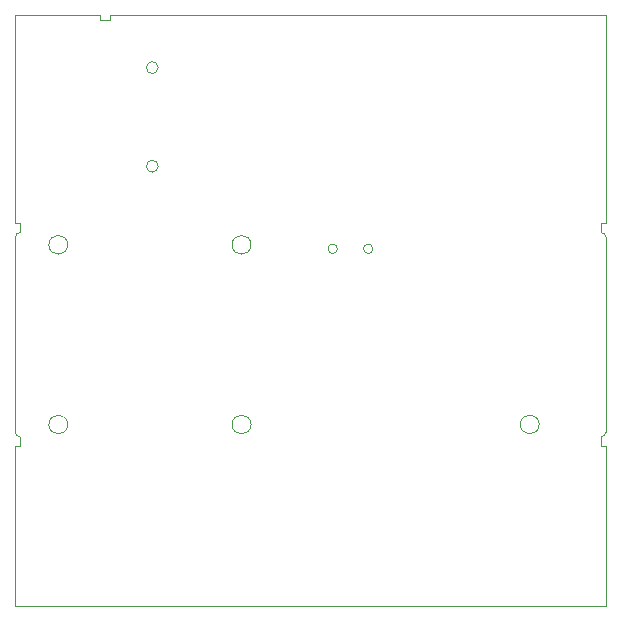
<source format=gbr>
%TF.GenerationSoftware,KiCad,Pcbnew,(6.0.5)*%
%TF.CreationDate,2023-08-07T21:45:28+03:00*%
%TF.ProjectId,JLC2,4a4c4332-2e6b-4696-9361-645f70636258,rev?*%
%TF.SameCoordinates,Original*%
%TF.FileFunction,Profile,NP*%
%FSLAX46Y46*%
G04 Gerber Fmt 4.6, Leading zero omitted, Abs format (unit mm)*
G04 Created by KiCad (PCBNEW (6.0.5)) date 2023-08-07 21:45:28*
%MOMM*%
%LPD*%
G01*
G04 APERTURE LIST*
%TA.AperFunction,Profile*%
%ADD10C,0.100000*%
%TD*%
%TA.AperFunction,Profile*%
%ADD11C,0.120000*%
%TD*%
G04 APERTURE END LIST*
D10*
X98160000Y-60049999D02*
X98160000Y-77649999D01*
X98160000Y-60049999D02*
X105350000Y-60050000D01*
X142510001Y-94709999D02*
G75*
G03*
X142510001Y-94709999I-800000J0D01*
G01*
X147740001Y-77649999D02*
X148150000Y-77650000D01*
X147740000Y-95770000D02*
G75*
G03*
X148140000Y-95369998I0J400000D01*
G01*
X147740000Y-78450000D02*
X147740001Y-77649999D01*
X98562843Y-78449999D02*
X98562843Y-77649999D01*
X148140000Y-78850000D02*
G75*
G03*
X147740000Y-78450000I-400000J0D01*
G01*
X148150000Y-96570000D02*
X148150000Y-110050000D01*
X98160000Y-95369999D02*
G75*
G03*
X98560000Y-95769999I399999J-1D01*
G01*
X105350000Y-60050000D02*
X105350000Y-60450000D01*
X118110001Y-79499999D02*
G75*
G03*
X118110001Y-79499999I-800000J0D01*
G01*
X147740000Y-95769998D02*
X147740000Y-96570000D01*
X98540000Y-96570000D02*
X98160000Y-96570000D01*
X98560000Y-77649999D02*
X98160000Y-77649999D01*
X147740000Y-96570000D02*
X148150000Y-96570000D01*
X102590001Y-79499999D02*
G75*
G03*
X102590001Y-79499999I-800000J0D01*
G01*
X98562843Y-78450001D02*
G75*
G03*
X98162843Y-78849999I-1J-399999D01*
G01*
X98560001Y-95769999D02*
X98560000Y-96570000D01*
X98160000Y-95369999D02*
X98160000Y-78849999D01*
X148150000Y-110050000D02*
X98160000Y-110050000D01*
X148150000Y-60050000D02*
X106150000Y-60050000D01*
X148150000Y-77650000D02*
X148150000Y-60050000D01*
X105350000Y-60450000D02*
X106150000Y-60450000D01*
X148140000Y-78850000D02*
X148140000Y-95369998D01*
X102590001Y-94719999D02*
G75*
G03*
X102590001Y-94719999I-800000J0D01*
G01*
X118110001Y-94719999D02*
G75*
G03*
X118110001Y-94719999I-800000J0D01*
G01*
X106150000Y-60450000D02*
X106150000Y-60050000D01*
X98160000Y-110050000D02*
X98160000Y-96570000D01*
D11*
%TO.C,*%
X110250000Y-72850000D02*
G75*
G03*
X110250000Y-72850000I-500000J0D01*
G01*
X110250000Y-64500000D02*
G75*
G03*
X110250000Y-64500000I-500000J0D01*
G01*
%TO.C,SW1*%
X128430001Y-79839999D02*
G75*
G03*
X128430001Y-79839999I-400000J0D01*
G01*
X125430001Y-79839999D02*
G75*
G03*
X125430001Y-79839999I-400000J0D01*
G01*
%TD*%
M02*

</source>
